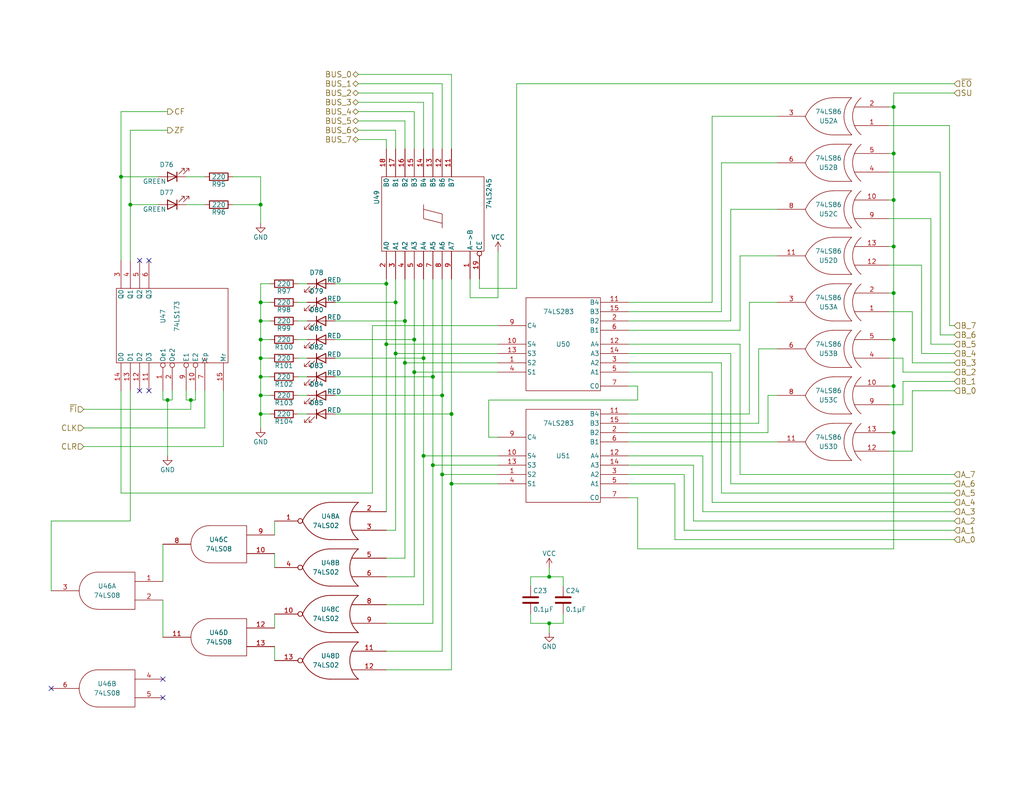
<source format=kicad_sch>
(kicad_sch (version 20231120) (generator "eeschema") (generator_version "8.0")
  (paper "USLetter")
  (lib_symbols
    (symbol "8bit-computer:74LS02" (pin_names (offset 0.762))
      (property "Reference" "U" (at 0 1.27 0))
      (property "Value" "74LS02" (at 1.27 -1.27 0))
      (symbol "74LS02_0_0"
        (pin power_in line (at -5.08 5.08 270) (length 0) hide (name "VCC") (number "14"))
        (pin power_in line (at -5.08 -5.08 90) (length 0) hide (name "GND") (number "7"))
      )
      (symbol "74LS02_0_1"
        (arc (start -7.62 -5.08) (mid -5.2708 0) (end -7.62 5.08) (stroke (width 0.2032)))
        (arc (start 0 -5.08) (mid 4.5784 -3.6925) (end 7.62 0) (stroke (width 0.2032)))
        (polyline (pts (xy -7.62 -5.08) (xy 0 -5.08)) (stroke (width 0.2032)))
        (polyline (pts (xy -7.62 5.08) (xy 0 5.08)) (stroke (width 0.2032)))
        (arc (start 7.62 0) (mid 4.5717 3.6825) (end 0 5.08) (stroke (width 0.2032)))
      )
      (symbol "74LS02_0_2"
        (polyline (pts (xy 2.54 5.08) (xy -7.62 5.08) (xy -7.62 -5.08) (xy 2.54 -5.08)) (stroke (width 0.2032)))
        (arc (start 2.5654 -5.0546) (mid 7.5947 0.0127) (end 2.5654 5.08) (stroke (width 0.2032)))
      )
      (symbol "74LS02_1_1"
        (pin output inverted (at 15.24 0 180) (length 7.62) (name "~") (number "1"))
        (pin input line (at -15.24 2.54 0) (length 9.398) (name "~") (number "2"))
        (pin input line (at -15.24 -2.54 0) (length 9.398) (name "~") (number "3"))
      )
      (symbol "74LS02_1_2"
        (pin output line (at 15.24 0 180) (length 7.62) (name "~") (number "1"))
        (pin input inverted (at -15.24 2.54 0) (length 7.62) (name "~") (number "2"))
        (pin input inverted (at -15.24 -2.54 0) (length 7.62) (name "~") (number "3"))
      )
      (symbol "74LS02_2_1"
        (pin output inverted (at 15.24 0 180) (length 7.62) (name "~") (number "4"))
        (pin input line (at -15.24 2.54 0) (length 9.398) (name "~") (number "5"))
        (pin input line (at -15.24 -2.54 0) (length 9.398) (name "~") (number "6"))
      )
      (symbol "74LS02_2_2"
        (pin output line (at 15.24 0 180) (length 7.62) (name "~") (number "4"))
        (pin input inverted (at -15.24 2.54 0) (length 7.62) (name "~") (number "5"))
        (pin input inverted (at -15.24 -2.54 0) (length 7.62) (name "~") (number "6"))
      )
      (symbol "74LS02_3_1"
        (pin output inverted (at 15.24 0 180) (length 7.62) (name "~") (number "10"))
        (pin input line (at -15.24 2.54 0) (length 9.398) (name "~") (number "8"))
        (pin input line (at -15.24 -2.54 0) (length 9.398) (name "~") (number "9"))
      )
      (symbol "74LS02_3_2"
        (pin output line (at 15.24 0 180) (length 7.62) (name "~") (number "10"))
        (pin input inverted (at -15.24 2.54 0) (length 7.62) (name "~") (number "8"))
        (pin input inverted (at -15.24 -2.54 0) (length 7.62) (name "~") (number "9"))
      )
      (symbol "74LS02_4_1"
        (pin input line (at -15.24 2.54 0) (length 9.398) (name "~") (number "11"))
        (pin input line (at -15.24 -2.54 0) (length 9.398) (name "~") (number "12"))
        (pin output inverted (at 15.24 0 180) (length 7.62) (name "~") (number "13"))
      )
      (symbol "74LS02_4_2"
        (pin input inverted (at -15.24 2.54 0) (length 7.62) (name "~") (number "11"))
        (pin input inverted (at -15.24 -2.54 0) (length 7.62) (name "~") (number "12"))
        (pin output line (at 15.24 0 180) (length 7.62) (name "~") (number "13"))
      )
    )
    (symbol "8bit-computer:74LS08" (pin_names (offset 0.762))
      (property "Reference" "U" (at 0 1.27 0))
      (property "Value" "74LS08" (at 0 -1.27 0))
      (symbol "74LS08_0_0"
        (pin power_in line (at -5.08 5.08 90) (length 0) hide (name "VCC") (number "14"))
        (pin power_in line (at -5.08 -5.08 90) (length 0) hide (name "GND") (number "7"))
      )
      (symbol "74LS08_0_1"
        (polyline (pts (xy 2.54 5.08) (xy -7.62 5.08) (xy -7.62 -5.08) (xy 2.54 -5.08)))
        (arc (start 2.5654 -5.0546) (mid 7.5947 0.0127) (end 2.5654 5.08))
      )
      (symbol "74LS08_0_2"
        (arc (start -7.62 -5.0292) (mid -5.3094 0.0127) (end -7.62 5.0546))
        (arc (start 0 -5.0546) (mid 4.5649 -3.6437) (end 7.5946 0.0508))
        (polyline (pts (xy -7.62 -5.08) (xy 0 -5.08)))
        (polyline (pts (xy -7.62 5.08) (xy 0 5.08)))
        (arc (start 7.62 0) (mid 4.6112 3.6959) (end 0.0508 5.08))
      )
      (symbol "74LS08_1_1"
        (pin input line (at -15.24 2.54 0) (length 7.62) (name "~") (number "1"))
        (pin input line (at -15.24 -2.54 0) (length 7.62) (name "~") (number "2"))
        (pin output line (at 15.24 0 180) (length 7.62) (name "~") (number "3"))
      )
      (symbol "74LS08_1_2"
        (pin input inverted (at -15.24 2.54 0) (length 9.398) (name "~") (number "1"))
        (pin input inverted (at -15.24 -2.54 0) (length 9.398) (name "~") (number "2"))
        (pin output inverted (at 15.24 0 180) (length 7.62) (name "~") (number "3"))
      )
      (symbol "74LS08_2_1"
        (pin input line (at -15.24 2.54 0) (length 7.62) (name "~") (number "4"))
        (pin input line (at -15.24 -2.54 0) (length 7.62) (name "~") (number "5"))
        (pin output line (at 15.24 0 180) (length 7.62) (name "~") (number "6"))
      )
      (symbol "74LS08_2_2"
        (pin input inverted (at -15.24 2.54 0) (length 9.398) (name "~") (number "4"))
        (pin input inverted (at -15.24 -2.54 0) (length 9.398) (name "~") (number "5"))
        (pin output inverted (at 15.24 0 180) (length 7.62) (name "~") (number "6"))
      )
      (symbol "74LS08_3_1"
        (pin input line (at -15.24 -2.54 0) (length 7.62) (name "~") (number "10"))
        (pin output line (at 15.24 0 180) (length 7.62) (name "~") (number "8"))
        (pin input line (at -15.24 2.54 0) (length 7.62) (name "~") (number "9"))
      )
      (symbol "74LS08_3_2"
        (pin input inverted (at -15.24 -2.54 0) (length 9.398) (name "~") (number "10"))
        (pin output inverted (at 15.24 0 180) (length 7.62) (name "~") (number "8"))
        (pin input inverted (at -15.24 2.54 0) (length 9.398) (name "~") (number "9"))
      )
      (symbol "74LS08_4_1"
        (pin output line (at 15.24 0 180) (length 7.62) (name "~") (number "11"))
        (pin input line (at -15.24 2.54 0) (length 7.62) (name "~") (number "12"))
        (pin input line (at -15.24 -2.54 0) (length 7.62) (name "~") (number "13"))
      )
      (symbol "74LS08_4_2"
        (pin output inverted (at 15.24 0 180) (length 7.62) (name "~") (number "11"))
        (pin input inverted (at -15.24 2.54 0) (length 9.398) (name "~") (number "12"))
        (pin input inverted (at -15.24 -2.54 0) (length 9.398) (name "~") (number "13"))
      )
    )
    (symbol "8bit-computer:74LS173" (pin_names (offset 0.254))
      (property "Reference" "U" (at 2.54 2.54 0))
      (property "Value" "74LS173" (at 2.54 -1.27 0))
      (symbol "74LS173_0_0"
        (pin power_in line (at -7.62 15.24 90) (length 0) hide (name "VCC") (number "16"))
        (pin power_in line (at -7.62 -15.24 90) (length 0) hide (name "GND") (number "8"))
      )
      (symbol "74LS173_0_1"
        (rectangle (start -10.16 15.24) (end 10.16 -15.24))
      )
      (symbol "74LS173_1_1"
        (pin input inverted (at -17.78 2.54 0) (length 7.62) (name "Oe1") (number "1"))
        (pin input inverted (at -17.78 -6.35 0) (length 7.62) (name "E2") (number "10"))
        (pin input line (at -17.78 6.35 0) (length 7.62) (name "D3") (number "11"))
        (pin input line (at -17.78 8.89 0) (length 7.62) (name "D2") (number "12"))
        (pin input line (at -17.78 11.43 0) (length 7.62) (name "D1") (number "13"))
        (pin input line (at -17.78 13.97 0) (length 7.62) (name "D0") (number "14"))
        (pin input line (at -17.78 -13.97 0) (length 7.62) (name "Mr") (number "15"))
        (pin input inverted (at -17.78 0 0) (length 7.62) (name "Oe2") (number "2"))
        (pin tri_state line (at 17.78 13.97 180) (length 7.62) (name "Q0") (number "3"))
        (pin tri_state line (at 17.78 11.43 180) (length 7.62) (name "Q1") (number "4"))
        (pin tri_state line (at 17.78 8.89 180) (length 7.62) (name "Q2") (number "5"))
        (pin tri_state line (at 17.78 6.35 180) (length 7.62) (name "Q3") (number "6"))
        (pin input clock (at -17.78 -8.89 0) (length 7.62) (name "Cp") (number "7"))
        (pin input inverted (at -17.78 -3.81 0) (length 7.62) (name "E1") (number "9"))
      )
    )
    (symbol "8bit-computer:74LS245" (pin_names (offset 0.254))
      (property "Reference" "U" (at 2.54 14.605 0))
      (property "Value" "74LS245" (at 1.27 -14.605 0))
      (symbol "74LS245_0_0"
        (pin power_in line (at 0 -13.97 90) (length 0) hide (name "GND") (number "10"))
        (pin power_in line (at 0 13.97 270) (length 0) hide (name "VCC") (number "20"))
      )
      (symbol "74LS245_0_1"
        (rectangle (start -10.16 13.97) (end 10.16 -13.97))
        (polyline (pts (xy 1.27 2.54) (xy 0 -2.54) (xy -2.54 -2.54)))
        (polyline (pts (xy 2.54 2.54) (xy -1.27 2.54) (xy -2.54 -2.54) (xy -3.81 -2.54)))
      )
      (symbol "74LS245_1_1"
        (pin input line (at -17.78 -10.16 0) (length 7.62) (name "A->B") (number "1"))
        (pin tri_state line (at 17.78 -5.08 180) (length 7.62) (name "B7") (number "11"))
        (pin tri_state line (at 17.78 -2.54 180) (length 7.62) (name "B6") (number "12"))
        (pin tri_state line (at 17.78 0 180) (length 7.62) (name "B5") (number "13"))
        (pin tri_state line (at 17.78 2.54 180) (length 7.62) (name "B4") (number "14"))
        (pin tri_state line (at 17.78 5.08 180) (length 7.62) (name "B3") (number "15"))
        (pin tri_state line (at 17.78 7.62 180) (length 7.62) (name "B2") (number "16"))
        (pin tri_state line (at 17.78 10.16 180) (length 7.62) (name "B1") (number "17"))
        (pin tri_state line (at 17.78 12.7 180) (length 7.62) (name "B0") (number "18"))
        (pin input inverted (at -17.78 -12.7 0) (length 7.62) (name "CE") (number "19"))
        (pin tri_state line (at -17.78 12.7 0) (length 7.62) (name "A0") (number "2"))
        (pin tri_state line (at -17.78 10.16 0) (length 7.62) (name "A1") (number "3"))
        (pin tri_state line (at -17.78 7.62 0) (length 7.62) (name "A2") (number "4"))
        (pin tri_state line (at -17.78 5.08 0) (length 7.62) (name "A3") (number "5"))
        (pin tri_state line (at -17.78 2.54 0) (length 7.62) (name "A4") (number "6"))
        (pin tri_state line (at -17.78 0 0) (length 7.62) (name "A5") (number "7"))
        (pin tri_state line (at -17.78 -2.54 0) (length 7.62) (name "A6") (number "8"))
        (pin tri_state line (at -17.78 -5.08 0) (length 7.62) (name "A7") (number "9"))
      )
    )
    (symbol "8bit-computer:74LS283" (pin_names (offset 0.254))
      (property "Reference" "U" (at 0 0 0))
      (property "Value" "74LS283" (at 1.27 -8.89 0))
      (symbol "74LS283_0_0"
        (pin power_in line (at -7.62 12.7 90) (length 0) hide (name "VCC") (number "16"))
        (pin power_in line (at -7.62 -12.7 90) (length 0) hide (name "GND") (number "8"))
      )
      (symbol "74LS283_0_1"
        (rectangle (start -10.16 12.7) (end 10.16 -12.7))
      )
      (symbol "74LS283_1_1"
        (pin output line (at 17.78 5.08 180) (length 7.62) (name "S2") (number "1"))
        (pin output line (at 17.78 0 180) (length 7.62) (name "S4") (number "10"))
        (pin input line (at -17.78 -11.43 0) (length 7.62) (name "B4") (number "11"))
        (pin input line (at -17.78 0 0) (length 7.62) (name "A4") (number "12"))
        (pin output line (at 17.78 2.54 180) (length 7.62) (name "S3") (number "13"))
        (pin input line (at -17.78 2.54 0) (length 7.62) (name "A3") (number "14"))
        (pin input line (at -17.78 -8.89 0) (length 7.62) (name "B3") (number "15"))
        (pin input line (at -17.78 -6.35 0) (length 7.62) (name "B2") (number "2"))
        (pin input line (at -17.78 5.08 0) (length 7.62) (name "A2") (number "3"))
        (pin output line (at 17.78 7.62 180) (length 7.62) (name "S1") (number "4"))
        (pin input line (at -17.78 7.62 0) (length 7.62) (name "A1") (number "5"))
        (pin input line (at -17.78 -3.81 0) (length 7.62) (name "B1") (number "6"))
        (pin input line (at -17.78 11.43 0) (length 7.62) (name "C0") (number "7"))
        (pin output line (at 17.78 -5.08 180) (length 7.62) (name "C4") (number "9"))
      )
    )
    (symbol "8bit-computer:74LS86" (pin_names (offset 0.762) hide)
      (property "Reference" "U" (at 1.27 1.27 0))
      (property "Value" "74LS86" (at 1.27 -1.27 0))
      (symbol "74LS86_0_0"
        (pin power_in line (at -5.08 5.08 270) (length 0) hide (name "VCC") (number "14"))
        (pin power_in line (at -5.08 -5.08 90) (length 0) hide (name "GND") (number "7"))
      )
      (symbol "74LS86_0_1"
        (arc (start -7.62 -5.0292) (mid -5.3094 0.0127) (end -7.62 5.0546))
        (arc (start -5.0292 -5.08) (mid -2.9462 -0.0021) (end -5.08 5.0546))
        (arc (start 0 -5.0546) (mid 4.5649 -3.6437) (end 7.5946 0.0508))
        (polyline (pts (xy -5.08 -5.08) (xy 0 -5.08)))
        (polyline (pts (xy -5.08 5.08) (xy 0 5.08)))
        (arc (start 7.62 0) (mid 4.6112 3.6959) (end 0.0508 5.08))
      )
      (symbol "74LS86_1_1"
        (pin input line (at -15.24 2.54 0) (length 9.398) (name "IN1") (number "1"))
        (pin input line (at -15.24 -2.54 0) (length 9.398) (name "IN2") (number "2"))
        (pin output line (at 15.24 0 180) (length 7.62) (name "OUT") (number "3"))
      )
      (symbol "74LS86_2_1"
        (pin input line (at -15.24 2.54 0) (length 9.398) (name "IN1") (number "4"))
        (pin input line (at -15.24 -2.54 0) (length 9.398) (name "IN2") (number "5"))
        (pin output line (at 15.24 0 180) (length 7.62) (name "OUT") (number "6"))
      )
      (symbol "74LS86_3_1"
        (pin input line (at -15.24 -2.54 0) (length 9.398) (name "IN2") (number "10"))
        (pin output line (at 15.24 0 180) (length 7.62) (name "OUT") (number "8"))
        (pin input line (at -15.24 2.54 0) (length 9.398) (name "IN1") (number "9"))
      )
      (symbol "74LS86_4_1"
        (pin output line (at 15.24 0 180) (length 7.62) (name "OUT") (number "11"))
        (pin input line (at -15.24 2.54 0) (length 9.398) (name "IN1") (number "12"))
        (pin input line (at -15.24 -2.54 0) (length 9.398) (name "IN2") (number "13"))
      )
    )
    (symbol "Device:C" (pin_numbers hide) (pin_names (offset 0.254))
      (property "Reference" "C" (at 0.635 2.54 0))
      (property "Value" "C" (at 0.635 -2.54 0))
      (symbol "C_0_1"
        (polyline (pts (xy -2.032 -0.762) (xy 2.032 -0.762)) (stroke (width 0.508)))
        (polyline (pts (xy -2.032 0.762) (xy 2.032 0.762)) (stroke (width 0.508)))
      )
      (symbol "C_1_1"
        (pin passive line (at 0 3.81 270) (length 2.794) (name "~") (number "1"))
        (pin passive line (at 0 -3.81 90) (length 2.794) (name "~") (number "2"))
      )
    )
    (symbol "Device:LED" (pin_numbers hide) (pin_names (offset 1.016) hide)
      (property "Reference" "D" (at 0 2.54 0))
      (property "Value" "LED" (at 0 -2.54 0))
      (symbol "LED_0_1"
        (polyline (pts (xy -1.27 -1.27) (xy -1.27 1.27)) (stroke (width 0.254)))
        (polyline (pts (xy -1.27 0) (xy 1.27 0)))
        (polyline (pts (xy 1.27 -1.27) (xy 1.27 1.27) (xy -1.27 0) (xy 1.27 -1.27)) (stroke (width 0.254)))
        (polyline (pts (xy -3.048 -0.762) (xy -4.572 -2.286) (xy -3.81 -2.286) (xy -4.572 -2.286) (xy -4.572 -1.524)))
        (polyline (pts (xy -1.778 -0.762) (xy -3.302 -2.286) (xy -2.54 -2.286) (xy -3.302 -2.286) (xy -3.302 -1.524)))
      )
      (symbol "LED_1_1"
        (pin passive line (at -3.81 0 0) (length 2.54) (name "K") (number "1"))
        (pin passive line (at 3.81 0 180) (length 2.54) (name "A") (number "2"))
      )
    )
    (symbol "Device:R" (pin_numbers hide) (pin_names (offset 0))
      (property "Reference" "R" (at 2.032 0 90))
      (property "Value" "R" (at 0 0 90))
      (symbol "R_0_1"
        (rectangle (start -1.016 -2.54) (end 1.016 2.54) (stroke (width 0.254)))
      )
      (symbol "R_1_1"
        (pin passive line (at 0 3.81 270) (length 1.27) (name "~") (number "1"))
        (pin passive line (at 0 -3.81 90) (length 1.27) (name "~") (number "2"))
      )
    )
    (symbol "power:GND" (power) (pin_names (offset 0))
      (property "Value" "GND" (at 0 -3.81 0))
      (symbol "GND_0_1"
        (polyline (pts (xy 0 0) (xy 0 -1.27) (xy 1.27 -1.27) (xy 0 -2.54) (xy -1.27 -1.27) (xy 0 -1.27)))
      )
      (symbol "GND_1_1"
        (pin power_in line (at 0 0 270) (length 0) hide (name "GND") (number "1"))
      )
    )
    (symbol "power:VCC" (power) (pin_names (offset 0))
      (property "Value" "VCC" (at 0 3.81 0))
      (symbol "VCC_0_1"
        (polyline (pts (xy -0.762 1.27) (xy 0 2.54)))
        (polyline (pts (xy 0 0) (xy 0 2.54)))
        (polyline (pts (xy 0 2.54) (xy 0.762 1.27)))
      )
      (symbol "VCC_1_1"
        (pin power_in line (at 0 0 90) (length 0) hide (name "VCC") (number "1"))
      )
    )
  )
  (junction (at 71.12 102.87))
  (junction (at 113.03 92.71))
  (junction (at 110.49 99.06))
  (junction (at 71.12 107.95))
  (junction (at 35.56 55.88))
  (junction (at 115.57 124.46))
  (junction (at 123.19 113.03))
  (junction (at 118.11 127))
  (junction (at 71.12 92.71))
  (junction (at 107.95 82.55))
  (junction (at 243.84 80.01))
  (junction (at 33.02 48.26))
  (junction (at 123.19 132.08))
  (junction (at 149.86 170.18))
  (junction (at 243.84 54.61))
  (junction (at 120.65 107.95))
  (junction (at 243.84 118.11))
  (junction (at 105.41 77.47))
  (junction (at 243.84 29.21))
  (junction (at 105.41 93.98))
  (junction (at 113.03 101.6))
  (junction (at 115.57 97.79))
  (junction (at 120.65 129.54))
  (junction (at 243.84 67.31))
  (junction (at 71.12 87.63))
  (junction (at 118.11 102.87))
  (junction (at 107.95 96.52))
  (junction (at 243.84 41.91))
  (junction (at 243.84 92.71))
  (junction (at 243.84 105.41))
  (junction (at 71.12 97.79))
  (junction (at 71.12 82.55))
  (junction (at 110.49 87.63))
  (junction (at 71.12 113.03))
  (junction (at 45.72 109.22))
  (junction (at 71.12 55.88))
  (junction (at 52.07 109.22))
  (junction (at 149.86 157.48))
  (no_connect (at 38.1 71.12))
  (no_connect (at 40.64 71.12))
  (no_connect (at 44.45 190.5))
  (no_connect (at 44.45 185.42))
  (no_connect (at 40.64 106.68))
  (no_connect (at 38.1 106.68))
  (no_connect (at 13.97 187.96))
  (wire (pts (xy 243.84 92.71) (xy 242.57 92.71)))
  (wire (pts (xy 184.15 132.08) (xy 184.15 147.32)))
  (wire (pts (xy 242.57 59.69) (xy 254 59.69)))
  (wire (pts (xy 243.84 118.11) (xy 243.84 149.86)))
  (wire (pts (xy 171.45 129.54) (xy 186.69 129.54)))
  (wire (pts (xy 149.86 157.48) (xy 153.67 157.48)))
  (wire (pts (xy 107.95 35.56) (xy 107.95 40.64)))
  (wire (pts (xy 191.77 124.46) (xy 191.77 139.7)))
  (wire (pts (xy 22.86 121.92) (xy 60.96 121.92)))
  (wire (pts (xy 53.34 109.22) (xy 53.34 106.68)))
  (wire (pts (xy 189.23 142.24) (xy 260.35 142.24)))
  (wire (pts (xy 186.69 144.78) (xy 260.35 144.78)))
  (wire (pts (xy 242.57 97.79) (xy 246.38 97.79)))
  (wire (pts (xy 196.85 134.62) (xy 260.35 134.62)))
  (wire (pts (xy 189.23 127) (xy 189.23 142.24)))
  (wire (pts (xy 243.84 80.01) (xy 242.57 80.01)))
  (wire (pts (xy 242.57 46.99) (xy 256.54 46.99)))
  (wire (pts (xy 246.38 101.6) (xy 260.35 101.6)))
  (wire (pts (xy 123.19 132.08) (xy 135.89 132.08)))
  (wire (pts (xy 199.39 96.52) (xy 199.39 132.08)))
  (wire (pts (xy 120.65 177.8) (xy 105.41 177.8)))
  (wire (pts (xy 242.57 72.39) (xy 251.46 72.39)))
  (wire (pts (xy 44.45 148.59) (xy 44.45 158.75)))
  (wire (pts (xy 199.39 57.15) (xy 212.09 57.15)))
  (wire (pts (xy 97.79 35.56) (xy 107.95 35.56)))
  (wire (pts (xy 105.41 38.1) (xy 105.41 40.64)))
  (wire (pts (xy 248.92 85.09) (xy 248.92 99.06)))
  (wire (pts (xy 35.56 55.88) (xy 35.56 71.12)))
  (wire (pts (xy 135.89 81.28) (xy 135.89 68.58)))
  (wire (pts (xy 171.45 115.57) (xy 207.01 115.57)))
  (wire (pts (xy 171.45 85.09) (xy 196.85 85.09)))
  (wire (pts (xy 194.31 82.55) (xy 194.31 31.75)))
  (wire (pts (xy 153.67 157.48) (xy 153.67 160.02)))
  (wire (pts (xy 13.97 161.29) (xy 13.97 142.24)))
  (wire (pts (xy 243.84 67.31) (xy 242.57 67.31)))
  (wire (pts (xy 81.28 77.47) (xy 83.82 77.47)))
  (wire (pts (xy 63.5 48.26) (xy 71.12 48.26)))
  (wire (pts (xy 46.99 109.22) (xy 46.99 106.68)))
  (wire (pts (xy 171.45 113.03) (xy 204.47 113.03)))
  (wire (pts (xy 73.66 87.63) (xy 71.12 87.63)))
  (wire (pts (xy 171.45 120.65) (xy 212.09 120.65)))
  (wire (pts (xy 173.99 135.89) (xy 171.45 135.89)))
  (wire (pts (xy 35.56 35.56) (xy 35.56 55.88)))
  (wire (pts (xy 120.65 129.54) (xy 135.89 129.54)))
  (wire (pts (xy 243.84 54.61) (xy 242.57 54.61)))
  (wire (pts (xy 130.81 76.2) (xy 130.81 78.74)))
  (wire (pts (xy 259.08 34.29) (xy 259.08 88.9)))
  (wire (pts (xy 201.93 93.98) (xy 201.93 129.54)))
  (wire (pts (xy 110.49 87.63) (xy 110.49 99.06)))
  (wire (pts (xy 81.28 97.79) (xy 83.82 97.79)))
  (wire (pts (xy 71.12 97.79) (xy 71.12 92.71)))
  (wire (pts (xy 246.38 104.14) (xy 260.35 104.14)))
  (wire (pts (xy 186.69 129.54) (xy 186.69 144.78)))
  (wire (pts (xy 171.45 99.06) (xy 196.85 99.06)))
  (wire (pts (xy 199.39 132.08) (xy 260.35 132.08)))
  (wire (pts (xy 196.85 44.45) (xy 212.09 44.45)))
  (wire (pts (xy 173.99 149.86) (xy 173.99 135.89)))
  (wire (pts (xy 260.35 22.86) (xy 140.97 22.86)))
  (wire (pts (xy 120.65 129.54) (xy 120.65 177.8)))
  (wire (pts (xy 243.84 118.11) (xy 242.57 118.11)))
  (wire (pts (xy 115.57 76.2) (xy 115.57 97.79)))
  (wire (pts (xy 105.41 93.98) (xy 135.89 93.98)))
  (wire (pts (xy 118.11 127) (xy 135.89 127)))
  (wire (pts (xy 171.45 127) (xy 189.23 127)))
  (wire (pts (xy 71.12 55.88) (xy 63.5 55.88)))
  (wire (pts (xy 120.65 107.95) (xy 120.65 129.54)))
  (wire (pts (xy 91.44 87.63) (xy 110.49 87.63)))
  (wire (pts (xy 194.31 101.6) (xy 194.31 137.16)))
  (wire (pts (xy 107.95 96.52) (xy 107.95 144.78)))
  (wire (pts (xy 171.45 96.52) (xy 199.39 96.52)))
  (wire (pts (xy 110.49 99.06) (xy 110.49 152.4)))
  (wire (pts (xy 173.99 105.41) (xy 171.45 105.41)))
  (wire (pts (xy 130.81 78.74) (xy 140.97 78.74)))
  (wire (pts (xy 243.84 25.4) (xy 243.84 29.21)))
  (wire (pts (xy 171.45 132.08) (xy 184.15 132.08)))
  (wire (pts (xy 135.89 119.38) (xy 133.35 119.38)))
  (wire (pts (xy 97.79 30.48) (xy 113.03 30.48)))
  (wire (pts (xy 196.85 85.09) (xy 196.85 44.45)))
  (wire (pts (xy 91.44 113.03) (xy 123.19 113.03)))
  (wire (pts (xy 73.66 107.95) (xy 71.12 107.95)))
  (wire (pts (xy 171.45 87.63) (xy 199.39 87.63)))
  (wire (pts (xy 81.28 82.55) (xy 83.82 82.55)))
  (wire (pts (xy 120.65 22.86) (xy 120.65 40.64)))
  (wire (pts (xy 199.39 87.63) (xy 199.39 57.15)))
  (wire (pts (xy 242.57 34.29) (xy 259.08 34.29)))
  (wire (pts (xy 71.12 55.88) (xy 71.12 60.96)))
  (wire (pts (xy 171.45 124.46) (xy 191.77 124.46)))
  (wire (pts (xy 123.19 113.03) (xy 123.19 132.08)))
  (wire (pts (xy 128.27 81.28) (xy 135.89 81.28)))
  (wire (pts (xy 123.19 182.88) (xy 105.41 182.88)))
  (wire (pts (xy 209.55 118.11) (xy 209.55 107.95)))
  (wire (pts (xy 144.78 170.18) (xy 149.86 170.18)))
  (wire (pts (xy 33.02 30.48) (xy 33.02 48.26)))
  (wire (pts (xy 71.12 116.84) (xy 71.12 113.03)))
  (wire (pts (xy 110.49 99.06) (xy 135.89 99.06)))
  (wire (pts (xy 113.03 157.48) (xy 105.41 157.48)))
  (wire (pts (xy 171.45 101.6) (xy 194.31 101.6)))
  (wire (pts (xy 171.45 118.11) (xy 209.55 118.11)))
  (wire (pts (xy 201.93 69.85) (xy 212.09 69.85)))
  (wire (pts (xy 60.96 121.92) (xy 60.96 106.68)))
  (wire (pts (xy 133.35 119.38) (xy 133.35 109.22)))
  (wire (pts (xy 71.12 107.95) (xy 71.12 102.87)))
  (wire (pts (xy 243.84 54.61) (xy 243.84 67.31)))
  (wire (pts (xy 242.57 110.49) (xy 246.38 110.49)))
  (wire (pts (xy 71.12 48.26) (xy 71.12 55.88)))
  (wire (pts (xy 91.44 102.87) (xy 118.11 102.87)))
  (wire (pts (xy 115.57 165.1) (xy 105.41 165.1)))
  (wire (pts (xy 242.57 85.09) (xy 248.92 85.09)))
  (wire (pts (xy 107.95 76.2) (xy 107.95 82.55)))
  (wire (pts (xy 81.28 102.87) (xy 83.82 102.87)))
  (wire (pts (xy 45.72 30.48) (xy 33.02 30.48)))
  (wire (pts (xy 243.84 29.21) (xy 243.84 41.91)))
  (wire (pts (xy 243.84 41.91) (xy 242.57 41.91)))
  (wire (pts (xy 107.95 144.78) (xy 105.41 144.78)))
  (wire (pts (xy 140.97 22.86) (xy 140.97 78.74)))
  (wire (pts (xy 22.86 111.76) (xy 52.07 111.76)))
  (wire (pts (xy 149.86 170.18) (xy 153.67 170.18)))
  (wire (pts (xy 97.79 22.86) (xy 120.65 22.86)))
  (wire (pts (xy 173.99 109.22) (xy 173.99 105.41)))
  (wire (pts (xy 43.18 48.26) (xy 33.02 48.26)))
  (wire (pts (xy 144.78 157.48) (xy 149.86 157.48)))
  (wire (pts (xy 144.78 167.64) (xy 144.78 170.18)))
  (wire (pts (xy 73.66 97.79) (xy 71.12 97.79)))
  (wire (pts (xy 71.12 92.71) (xy 71.12 87.63)))
  (wire (pts (xy 81.28 107.95) (xy 83.82 107.95)))
  (wire (pts (xy 123.19 76.2) (xy 123.19 113.03)))
  (wire (pts (xy 243.84 92.71) (xy 243.84 105.41)))
  (wire (pts (xy 45.72 109.22) (xy 46.99 109.22)))
  (wire (pts (xy 204.47 82.55) (xy 212.09 82.55)))
  (wire (pts (xy 243.84 105.41) (xy 243.84 118.11)))
  (wire (pts (xy 44.45 106.68) (xy 44.45 109.22)))
  (wire (pts (xy 115.57 124.46) (xy 115.57 165.1)))
  (wire (pts (xy 73.66 113.03) (xy 71.12 113.03)))
  (wire (pts (xy 243.84 25.4) (xy 260.35 25.4)))
  (wire (pts (xy 144.78 160.02) (xy 144.78 157.48)))
  (wire (pts (xy 113.03 76.2) (xy 113.03 92.71)))
  (wire (pts (xy 107.95 82.55) (xy 107.95 96.52)))
  (wire (pts (xy 246.38 97.79) (xy 246.38 101.6)))
  (wire (pts (xy 123.19 20.32) (xy 123.19 40.64)))
  (wire (pts (xy 115.57 97.79) (xy 115.57 124.46)))
  (wire (pts (xy 243.84 67.31) (xy 243.84 80.01)))
  (wire (pts (xy 110.49 33.02) (xy 110.49 40.64)))
  (wire (pts (xy 209.55 107.95) (xy 212.09 107.95)))
  (wire (pts (xy 97.79 20.32) (xy 123.19 20.32)))
  (wire (pts (xy 110.49 76.2) (xy 110.49 87.63)))
  (wire (pts (xy 207.01 95.25) (xy 212.09 95.25)))
  (wire (pts (xy 149.86 170.18) (xy 149.86 172.72)))
  (wire (pts (xy 204.47 113.03) (xy 204.47 82.55)))
  (wire (pts (xy 120.65 76.2) (xy 120.65 107.95)))
  (wire (pts (xy 201.93 90.17) (xy 201.93 69.85)))
  (wire (pts (xy 105.41 93.98) (xy 105.41 139.7)))
  (wire (pts (xy 149.86 154.94) (xy 149.86 157.48)))
  (wire (pts (xy 118.11 102.87) (xy 118.11 127)))
  (wire (pts (xy 133.35 109.22) (xy 173.99 109.22)))
  (wire (pts (xy 71.12 113.03) (xy 71.12 107.95)))
  (wire (pts (xy 35.56 142.24) (xy 35.56 106.68)))
  (wire (pts (xy 105.41 76.2) (xy 105.41 77.47)))
  (wire (pts (xy 248.92 106.68) (xy 248.92 123.19)))
  (wire (pts (xy 254 59.69) (xy 254 93.98)))
  (wire (pts (xy 254 93.98) (xy 260.35 93.98)))
  (wire (pts (xy 115.57 124.46) (xy 135.89 124.46)))
  (wire (pts (xy 256.54 46.99) (xy 256.54 91.44)))
  (wire (pts (xy 13.97 142.24) (xy 35.56 142.24)))
  (wire (pts (xy 113.03 92.71) (xy 113.03 101.6)))
  (wire (pts (xy 259.08 88.9) (xy 260.35 88.9)))
  (wire (pts (xy 171.45 82.55) (xy 194.31 82.55)))
  (wire (pts (xy 251.46 72.39) (xy 251.46 96.52)))
  (wire (pts (xy 44.45 109.22) (xy 45.72 109.22)))
  (wire (pts (xy 113.03 101.6) (xy 135.89 101.6)))
  (wire (pts (xy 45.72 109.22) (xy 45.72 124.46)))
  (wire (pts (xy 91.44 82.55) (xy 107.95 82.55)))
  (wire (pts (xy 118.11 25.4) (xy 118.11 40.64)))
  (wire (pts (xy 243.84 80.01) (xy 243.84 92.71)))
  (wire (pts (xy 243.84 29.21) (xy 242.57 29.21)))
  (wire (pts (xy 91.44 92.71) (xy 113.03 92.71)))
  (wire (pts (xy 55.88 55.88) (xy 50.8 55.88)))
  (wire (pts (xy 91.44 97.79) (xy 115.57 97.79)))
  (wire (pts (xy 248.92 123.19) (xy 242.57 123.19)))
  (wire (pts (xy 50.8 109.22) (xy 50.8 106.68)))
  (wire (pts (xy 50.8 48.26) (xy 55.88 48.26)))
  (wire (pts (xy 118.11 76.2) (xy 118.11 102.87)))
  (wire (pts (xy 128.27 76.2) (xy 128.27 81.28)))
  (wire (pts (xy 22.86 116.84) (xy 55.88 116.84)))
  (wire (pts (xy 44.45 173.99) (xy 44.45 163.83)))
  (wire (pts (xy 97.79 33.02) (xy 110.49 33.02)))
  (wire (pts (xy 194.31 137.16) (xy 260.35 137.16)))
  (wire (pts (xy 81.28 87.63) (xy 83.82 87.63)))
  (wire (pts (xy 91.44 107.95) (xy 120.65 107.95)))
  (wire (pts (xy 35.56 35.56) (xy 45.72 35.56)))
  (wire (pts (xy 71.12 92.71) (xy 73.66 92.71)))
  (wire (pts (xy 43.18 55.88) (xy 35.56 55.88)))
  (wire (pts (xy 191.77 139.7) (xy 260.35 139.7)))
  (wire (pts (xy 97.79 38.1) (xy 105.41 38.1)))
  (wire (pts (xy 196.85 99.06) (xy 196.85 134.62)))
  (wire (pts (xy 50.8 109.22) (xy 52.07 109.22)))
  (wire (pts (xy 52.07 111.76) (xy 52.07 109.22)))
  (wire (pts (xy 256.54 91.44) (xy 260.35 91.44)))
  (wire (pts (xy 113.03 30.48) (xy 113.03 40.64)))
  (wire (pts (xy 118.11 127) (xy 118.11 170.18)))
  (wire (pts (xy 71.12 87.63) (xy 71.12 82.55)))
  (wire (pts (xy 260.35 106.68) (xy 248.92 106.68)))
  (wire (pts (xy 243.84 149.86) (xy 173.99 149.86)))
  (wire (pts (xy 113.03 101.6) (xy 113.03 157.48)))
  (wire (pts (xy 33.02 134.62) (xy 33.02 106.68)))
  (wire (pts (xy 71.12 77.47) (xy 73.66 77.47)))
  (wire (pts (xy 110.49 152.4) (xy 105.41 152.4)))
  (wire (pts (xy 171.45 90.17) (xy 201.93 90.17)))
  (wire (pts (xy 105.41 77.47) (xy 105.41 93.98)))
  (wire (pts (xy 243.84 105.41) (xy 242.57 105.41)))
  (wire (pts (xy 33.02 48.26) (xy 33.02 71.12)))
  (wire (pts (xy 101.6 134.62) (xy 33.02 134.62)))
  (wire (pts (xy 71.12 102.87) (xy 71.12 97.79)))
  (wire (pts (xy 251.46 96.52) (xy 260.35 96.52)))
  (wire (pts (xy 81.28 113.03) (xy 83.82 113.03)))
  (wire (pts (xy 101.6 88.9) (xy 101.6 134.62)))
  (wire (pts (xy 97.79 27.94) (xy 115.57 27.94)))
  (wire (pts (xy 71.12 102.87) (xy 73.66 102.87)))
  (wire (pts (xy 207.01 115.57) (xy 207.01 95.25)))
  (wire (pts (xy 74.93 142.24) (xy 74.93 146.05)))
  (wire (pts (xy 194.31 31.75) (xy 212.09 31.75)))
  (wire (pts (xy 153.67 170.18) (xy 153.67 167.64)))
  (wire (pts (xy 55.88 116.84) (xy 55.88 106.68)))
  (wire (pts (xy 107.95 96.52) (xy 135.89 96.52)))
  (wire (pts (xy 243.84 41.91) (xy 243.84 54.61)))
  (wire (pts (xy 71.12 82.55) (xy 71.12 77.47)))
  (wire (pts (xy 74.93 151.13) (xy 74.93 154.94)))
  (wire (pts (xy 115.57 27.94) (xy 115.57 40.64)))
  (wire (pts (xy 118.11 170.18) (xy 105.41 170.18)))
  (wire (pts (xy 135.89 88.9) (xy 101.6 88.9)))
  (wire (pts (xy 74.93 176.53) (xy 74.93 180.34)))
  (wire (pts (xy 248.92 99.06) (xy 260.35 99.06)))
  (wire (pts (xy 171.45 93.98) (xy 201.93 93.98)))
  (wire (pts (xy 91.44 77.47) (xy 105.41 77.47)))
  (wire (pts (xy 74.93 167.64) (xy 74.93 171.45)))
  (wire (pts (xy 184.15 147.32) (xy 260.35 147.32)))
  (wire (pts (xy 246.38 110.49) (xy 246.38 104.14)))
  (wire (pts (xy 123.19 132.08) (xy 123.19 182.88)))
  (wire (pts (xy 71.12 82.55) (xy 73.66 82.55)))
  (wire (pts (xy 97.79 25.4) (xy 118.11 25.4)))
  (wire (pts (xy 52.07 109.22) (xy 53.34 109.22)))
  (wire (pts (xy 81.28 92.71) (xy 83.82 92.71)))
  (wire (pts (xy 201.93 129.54) (xy 260.35 129.54)))
  (hierarchical_label "BUS_6" (shape tri_state) (at 97.79 35.56 180) (effects (font (size 1.524 1.524))))
  (hierarchical_label "A_5" (shape input) (at 260.35 134.62 0) (effects (font (size 1.524 1.524))))
  (hierarchical_label "BUS_3" (shape tri_state) (at 97.79 27.94 180) (effects (font (size 1.524 1.524))))
  (hierarchical_label "CLR" (shape input) (at 22.86 121.92 180) (effects (font (size 1.524 1.524))))
  (hierarchical_label "A_6" (shape input) (at 260.35 132.08 0) (effects (font (size 1.524 1.524))))
  (hierarchical_label "A_4" (shape input) (at 260.35 137.16 0) (effects (font (size 1.524 1.524))))
  (hierarchical_label "CF" (shape output) (at 45.72 30.48 0) (effects (font (size 1.524 1.524))))
  (hierarchical_label "A_1" (shape input) (at 260.35 144.78 0) (effects (font (size 1.524 1.524))))
  (hierarchical_label "A_2" (shape input) (at 260.35 142.24 0) (effects (font (size 1.524 1.524))))
  (hierarchical_label "B_6" (shape input) (at 260.35 91.44 0) (effects (font (size 1.524 1.524))))
  (hierarchical_label "CLK" (shape input) (at 22.86 116.84 180) (effects (font (size 1.524 1.524))))
  (hierarchical_label "~{EO}" (shape input) (at 260.35 22.86 0) (effects (font (size 1.524 1.524))))
  (hierarchical_label "B_0" (shape input) (at 260.35 106.68 0) (effects (font (size 1.524 1.524))))
  (hierarchical_label "A_7" (shape input) (at 260.35 129.54 0) (effects (font (size 1.524 1.524))))
  (hierarchical_label "B_5" (shape input) (at 260.35 93.98 0) (effects (font (size 1.524 1.524))))
  (hierarchical_label "ZF" (shape output) (at 45.72 35.56 0) (effects (font (size 1.524 1.524))))
  (hierarchical_label "BUS_5" (shape tri_state) (at 97.79 33.02 180) (effects (font (size 1.524 1.524))))
  (hierarchical_label "BUS_7" (shape tri_state) (at 97.79 38.1 180) (effects (font (size 1.524 1.524))))
  (hierarchical_label "BUS_2" (shape tri_state) (at 97.79 25.4 180) (effects (font (size 1.524 1.524))))
  (hierarchical_label "B_1" (shape input) (at 260.35 104.14 0) (effects (font (size 1.524 1.524))))
  (hierarchical_label "A_3" (shape input) (at 260.35 139.7 0) (effects (font (size 1.524 1.524))))
  (hierarchical_label "B_7" (shape input) (at 260.35 88.9 0) (effects (font (size 1.524 1.524))))
  (hierarchical_label "B_3" (shape input) (at 260.35 99.06 0) (effects (font (size 1.524 1.524))))
  (hierarchical_label "SU" (shape input) (at 260.35 25.4 0) (effects (font (size 1.524 1.524))))
  (hierarchical_label "BUS_1" (shape tri_state) (at 97.79 22.86 180) (effects (font (size 1.524 1.524))))
  (hierarchical_label "B_2" (shape input) (at 260.35 101.6 0) (effects (font (size 1.524 1.524))))
  (hierarchical_label "BUS_0" (shape tri_state) (at 97.79 20.32 180) (effects (font (size 1.524 1.524))))
  (hierarchical_label "BUS_4" (shape tri_state) (at 97.79 30.48 180) (effects (font (size 1.524 1.524))))
  (hierarchical_label "~{FI}" (shape input) (at 22.86 111.76 180) (effects (font (size 1.524 1.524))))
  (hierarchical_label "A_0" (shape input) (at 260.35 147.32 0) (effects (font (size 1.524 1.524))))
  (hierarchical_label "B_4" (shape input) (at 260.35 96.52 0) (effects (font (size 1.524 1.524))))
  (symbol (lib_id "8bit-computer:74LS245") (at 118.11 58.42 90) (unit 1)
    (property "Reference" "U49" (at 103.505 55.88 0) (effects (justify left bottom)))
    (property "Value" "74LS245" (at 132.715 57.15 0) (effects (justify left top)))
    (property "Footprint" "Package_DIP:DIP-20_W7.62mm" (effects (hide yes)))
  )
  (symbol (lib_id "8bit-computer:74LS283") (at 153.67 93.98 180) (unit 1)
    (property "Reference" "U50" (at 153.67 93.98 0))
    (property "Value" "74LS283" (at 152.4 85.09 0))
    (property "Footprint" "Package_DIP:DIP-16_W7.62mm" (effects (hide yes)))
  )
  (symbol (lib_id "8bit-computer:74LS283") (at 153.67 124.46 180) (unit 1)
    (property "Reference" "U51" (at 153.67 124.46 0))
    (property "Value" "74LS283" (at 152.4 115.57 0))
    (property "Footprint" "Package_DIP:DIP-16_W7.62mm" (effects (hide yes)))
  )
  (symbol (lib_id "8bit-computer:74LS86") (at 227.33 107.95 180) (unit 3)
    (property "Reference" "U53" (at 226.06 109.22 0))
    (property "Value" "74LS86" (at 226.06 106.68 0))
    (property "Footprint" "Package_DIP:DIP-14_W7.62mm" (effects (hide yes)))
  )
  (symbol (lib_id "8bit-computer:74LS86") (at 227.33 120.65 180) (unit 4)
    (property "Reference" "U53" (at 226.06 121.92 0))
    (property "Value" "74LS86" (at 226.06 119.38 0))
    (property "Footprint" "Package_DIP:DIP-14_W7.62mm" (effects (hide yes)))
  )
  (symbol (lib_id "8bit-computer:74LS86") (at 227.33 82.55 180) (unit 1)
    (property "Reference" "U53" (at 226.06 83.82 0))
    (property "Value" "74LS86" (at 226.06 81.28 0))
    (property "Footprint" "Package_DIP:DIP-14_W7.62mm" (effects (hide yes)))
  )
  (symbol (lib_id "8bit-computer:74LS86") (at 227.33 95.25 180) (unit 2)
    (property "Reference" "U53" (at 226.06 96.52 0))
    (property "Value" "74LS86" (at 226.06 93.98 0))
    (property "Footprint" "Package_DIP:DIP-14_W7.62mm" (effects (hide yes)))
  )
  (symbol (lib_id "8bit-computer:74LS86") (at 227.33 57.15 180) (unit 3)
    (property "Reference" "U52" (at 226.06 58.42 0))
    (property "Value" "74LS86" (at 226.06 55.88 0))
    (property "Footprint" "Package_DIP:DIP-14_W7.62mm" (effects (hide yes)))
  )
  (symbol (lib_id "8bit-computer:74LS86") (at 227.33 69.85 180) (unit 4)
    (property "Reference" "U52" (at 226.06 71.12 0))
    (property "Value" "74LS86" (at 226.06 68.58 0))
    (property "Footprint" "Package_DIP:DIP-14_W7.62mm" (effects (hide yes)))
  )
  (symbol (lib_id "8bit-computer:74LS86") (at 227.33 31.75 180) (unit 1)
    (property "Reference" "U52" (at 226.06 33.02 0))
    (property "Value" "74LS86" (at 226.06 30.48 0))
    (property "Footprint" "Package_DIP:DIP-14_W7.62mm" (effects (hide yes)))
  )
  (symbol (lib_id "8bit-computer:74LS86") (at 227.33 44.45 180) (unit 2)
    (property "Reference" "U52" (at 226.06 45.72 0))
    (property "Value" "74LS86" (at 226.06 43.18 0))
    (property "Footprint" "Package_DIP:DIP-14_W7.62mm" (effects (hide yes)))
  )
  (symbol (lib_id "power:VCC") (at 135.89 68.58 0) (unit 1)
    (property "Reference" "#PWR077" (effects (hide yes)))
    (property "Value" "VCC" (at 135.89 64.77 0))
  )
  (symbol (lib_id "8bit-computer:74LS02") (at 90.17 142.24 0) (mirror y) (unit 1)
    (property "Reference" "U48" (at 90.17 140.97 0))
    (property "Value" "74LS02" (at 88.9 143.51 0))
    (property "Footprint" "Package_DIP:DIP-14_W7.62mm" (effects (hide yes)))
  )
  (symbol (lib_id "8bit-computer:74LS02") (at 90.17 154.94 0) (mirror y) (unit 2)
    (property "Reference" "U48" (at 90.17 153.67 0))
    (property "Value" "74LS02" (at 88.9 156.21 0))
    (property "Footprint" "Package_DIP:DIP-14_W7.62mm" (effects (hide yes)))
  )
  (symbol (lib_id "8bit-computer:74LS02") (at 90.17 167.64 0) (mirror y) (unit 3)
    (property "Reference" "U48" (at 90.17 166.37 0))
    (property "Value" "74LS02" (at 88.9 168.91 0))
    (property "Footprint" "Package_DIP:DIP-14_W7.62mm" (effects (hide yes)))
  )
  (symbol (lib_id "8bit-computer:74LS02") (at 90.17 180.34 0) (mirror y) (unit 4)
    (property "Reference" "U48" (at 90.17 179.07 0))
    (property "Value" "74LS02" (at 88.9 181.61 0))
    (property "Footprint" "Package_DIP:DIP-14_W7.62mm" (effects (hide yes)))
  )
  (symbol (lib_id "8bit-computer:74LS08") (at 59.69 148.59 0) (mirror y) (unit 3)
    (property "Reference" "U46" (at 59.69 147.32 0))
    (property "Value" "74LS08" (at 59.69 149.86 0))
    (property "Footprint" "Package_DIP:DIP-14_W7.62mm" (effects (hide yes)))
  )
  (symbol (lib_id "8bit-computer:74LS08") (at 29.21 187.96 0) (mirror y) (unit 2)
    (property "Reference" "U46" (at 29.21 186.69 0))
    (property "Value" "74LS08" (at 29.21 189.23 0))
    (property "Footprint" "Package_DIP:DIP-14_W7.62mm" (effects (hide yes)))
  )
  (symbol (lib_id "8bit-computer:74LS08") (at 29.21 161.29 0) (mirror y) (unit 1)
    (property "Reference" "U46" (at 29.21 160.02 0))
    (property "Value" "74LS08" (at 29.21 162.56 0))
    (property "Footprint" "Package_DIP:DIP-14_W7.62mm" (effects (hide yes)))
  )
  (symbol (lib_id "8bit-computer:74LS08") (at 59.69 173.99 0) (mirror y) (unit 4)
    (property "Reference" "U46" (at 59.69 172.72 0))
    (property "Value" "74LS08" (at 59.69 175.26 0))
    (property "Footprint" "Package_DIP:DIP-14_W7.62mm" (effects (hide yes)))
  )
  (symbol (lib_id "8bit-computer:74LS173") (at 46.99 88.9 90) (unit 1)
    (property "Reference" "U47" (at 44.45 86.36 0))
    (property "Value" "74LS173" (at 48.26 86.36 0))
    (property "Footprint" "D34" (effects (hide yes)))
  )
  (symbol (lib_id "power:GND") (at 45.72 124.46 0) (unit 1)
    (property "Reference" "#PWR074" (effects (hide yes)))
    (property "Value" "GND" (at 45.72 128.27 0))
  )
  (symbol (lib_id "Device:R") (at 59.69 48.26 270) (unit 1)
    (property "Reference" "R95" (at 59.69 50.292 90))
    (property "Value" "220" (at 59.69 48.26 90))
    (property "Footprint" "Resistor_THT:R_Axial_DIN0207_L6.3mm_D2.5mm_P7.62mm_Horizontal" (effects (hide yes)))
  )
  (symbol (lib_id "Device:R") (at 59.69 55.88 270) (unit 1)
    (property "Reference" "R96" (at 59.69 57.912 90))
    (property "Value" "220" (at 59.69 55.88 90))
    (property "Footprint" "Resistor_THT:R_Axial_DIN0207_L6.3mm_D2.5mm_P7.62mm_Horizontal" (effects (hide yes)))
  )
  (symbol (lib_id "power:GND") (at 71.12 60.96 0) (unit 1)
    (property "Reference" "#PWR075" (effects (hide yes)))
    (property "Value" "GND" (at 71.12 64.77 0))
  )
  (symbol (lib_id "Device:C") (at 144.78 163.83 0) (unit 1)
    (property "Reference" "C23" (at 145.415 161.29 0) (effects (justify left)))
    (property "Value" "0.1µF" (at 145.415 166.37 0) (effects (justify left)))
    (property "Footprint" "Capacitor_THT:C_Disc_D4.3mm_W1.9mm_P5.00mm" (effects (hide yes)))
  )
  (symbol (lib_id "power:VCC") (at 149.86 154.94 0) (unit 1)
    (property "Reference" "#PWR078" (effects (hide yes)))
    (property "Value" "VCC" (at 149.86 151.13 0))
  )
  (symbol (lib_id "power:GND") (at 149.86 172.72 0) (unit 1)
    (property "Reference" "#PWR079" (effects (hide yes)))
    (property "Value" "GND" (at 149.86 176.53 0))
  )
  (symbol (lib_id "Device:C") (at 153.67 163.83 0) (unit 1)
    (property "Reference" "C24" (at 154.305 161.29 0) (effects (justify left)))
    (property "Value" "0.1µF" (at 154.305 166.37 0) (effects (justify left)))
    (property "Footprint" "Capacitor_THT:C_Disc_D4.3mm_W1.9mm_P5.00mm" (effects (hide yes)))
  )
  (symbol (lib_id "Device:R") (at 77.47 77.47 270) (unit 1)
    (property "Reference" "R97" (at 77.47 79.502 90))
    (property "Value" "220" (at 77.47 77.47 90))
    (property "Footprint" "Resistor_THT:R_Axial_DIN0207_L6.3mm_D2.5mm_P7.62mm_Horizontal" (effects (hide yes)))
  )
  (symbol (lib_id "Device:R") (at 77.47 82.55 270) (unit 1)
    (property "Reference" "R98" (at 77.47 84.582 90))
    (property "Value" "220" (at 77.47 82.55 90))
    (property "Footprint" "Resistor_THT:R_Axial_DIN0207_L6.3mm_D2.5mm_P7.62mm_Horizontal" (effects (hide yes)))
  )
  (symbol (lib_id "Device:R") (at 77.47 87.63 270) (unit 1)
    (property "Reference" "R99" (at 77.47 89.662 90))
    (property "Value" "220" (at 77.47 87.63 90))
    (property "Footprint" "Resistor_THT:R_Axial_DIN0207_L6.3mm_D2.5mm_P7.62mm_Horizontal" (effects (hide yes)))
  )
  (symbol (lib_id "Device:R") (at 77.47 92.71 270) (unit 1)
    (property "Reference" "R100" (at 77.47 94.742 90))
    (property "Value" "220" (at 77.47 92.71 90))
    (property "Footprint" "Resistor_THT:R_Axial_DIN0207_L6.3mm_D2.5mm_P7.62mm_Horizontal" (effects (hide yes)))
  )
  (symbol (lib_id "Device:R") (at 77.47 97.79 270) (unit 1)
    (property "Reference" "R101" (at 77.47 99.822 90))
    (property "Value" "220" (at 77.47 97.79 90))
    (property "Footprint" "Resistor_THT:R_Axial_DIN0207_L6.3mm_D2.5mm_P7.62mm_Horizontal" (effects (hide yes)))
  )
  (symbol (lib_id "Device:R") (at 77.47 102.87 270) (unit 1)
    (property "Reference" "R102" (at 77.47 104.902 90))
    (property "Value" "220" (at 77.47 102.87 90))
    (property "Footprint" "Resistor_THT:R_Axial_DIN0207_L6.3mm_D2.5mm_P7.62mm_Horizontal" (effects (hide yes)))
  )
  (symbol (lib_id "Device:R") (at 77.47 107.95 270) (unit 1)
    (property "Reference" "R103" (at 77.47 109.982 90))
    (property "Value" "220" (at 77.47 107.95 90))
    (property "Footprint" "Resistor_THT:R_Axial_DIN0207_L6.3mm_D2.5mm_P7.62mm_Horizontal" (effects (hide yes)))
  )
  (symbol (lib_id "Device:R") (at 77.47 113.03 270) (unit 1)
    (property "Reference" "R104" (at 77.47 115.062 90))
    (property "Value" "220" (at 77.47 113.03 90))
    (property "Footprint" "Resistor_THT:R_Axial_DIN0207_L6.3mm_D2.5mm_P7.62mm_Horizontal" (effects (hide yes)))
  )
  (symbol (lib_id "power:GND") (at 71.12 116.84 0) (unit 1)
    (property "Reference" "#PWR076" (effects (hide yes)))
    (property "Value" "GND" (at 71.12 120.65 0))
  )
  (symbol (lib_id "Device:LED") (at 87.63 87.63 0) (unit 1)
    (property "Reference" "D80" (at 86.36 84.582 0))
    (property "Value" "RED" (at 91.186 86.614 0))
  )
  (symbol (lib_id "Device:LED") (at 87.63 107.95 0) (unit 1)
    (property "Reference" "D84" (at 86.36 104.902 0))
    (property "Value" "RED" (at 91.186 106.934 0))
  )
  (symbol (lib_id "Device:LED") (at 87.63 97.79 0) (unit 1)
    (property "Reference" "D82" (at 86.36 94.742 0))
    (property "Value" "RED" (at 91.186 96.774 0))
  )
  (symbol (lib_id "Device:LED") (at 87.63 102.87 0) (unit 1)
    (property "Reference" "D83" (at 86.36 99.822 0))
    (property "Value" "RED" (at 91.186 101.854 0))
  )
  (symbol (lib_id "Device:LED") (at 87.63 82.55 0) (unit 1)
    (property "Reference" "D79" (at 86.36 79.502 0))
    (property "Value" "RED" (at 91.186 81.534 0))
  )
  (symbol (lib_id "Device:LED") (at 87.63 113.03 0) (unit 1)
    (property "Reference" "D85" (at 86.36 109.982 0))
    (property "Value" "RED" (at 91.186 112.014 0))
  )
  (symbol (lib_id "Device:LED") (at 46.99 55.88 180) (unit 1)
    (property "Reference" "D77" (at 45.466 52.578 0))
    (property "Value" "GREEN" (at 42.164 57.15 0))
  )
  (symbol (lib_id "Device:LED") (at 87.63 92.71 0) (unit 1)
    (property "Reference" "D81" (at 86.36 89.662 0))
    (property "Value" "RED" (at 91.186 91.694 0))
  )
  (symbol (lib_id "Device:LED") (at 87.63 77.47 0) (unit 1)
    (property "Reference" "D78" (at 86.36 74.422 0))
    (property "Value" "RED" (at 91.186 76.454 0))
  )
  (symbol (lib_id "Device:LED") (at 46.99 48.26 180) (unit 1)
    (property "Reference" "D76" (at 45.466 44.958 0))
    (property "Value" "GREEN" (at 42.164 49.53 0))
  )
)
</source>
